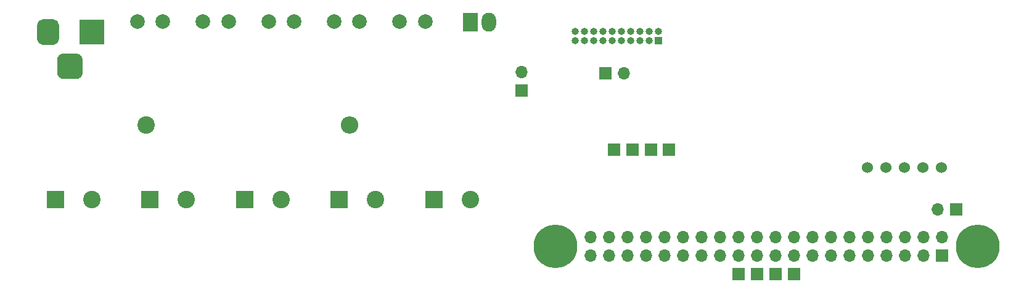
<source format=gbs>
G04 #@! TF.GenerationSoftware,KiCad,Pcbnew,(5.1.6-0-10_14)*
G04 #@! TF.CreationDate,2021-06-29T12:22:49+09:00*
G04 #@! TF.ProjectId,qPCR-root,71504352-2d72-46f6-9f74-2e6b69636164,rev?*
G04 #@! TF.SameCoordinates,Original*
G04 #@! TF.FileFunction,Soldermask,Bot*
G04 #@! TF.FilePolarity,Negative*
%FSLAX46Y46*%
G04 Gerber Fmt 4.6, Leading zero omitted, Abs format (unit mm)*
G04 Created by KiCad (PCBNEW (5.1.6-0-10_14)) date 2021-06-29 12:22:49*
%MOMM*%
%LPD*%
G01*
G04 APERTURE LIST*
%ADD10O,1.700000X1.700000*%
%ADD11R,1.700000X1.700000*%
%ADD12C,6.000000*%
%ADD13R,3.500000X3.500000*%
%ADD14O,2.400000X2.400000*%
%ADD15C,2.400000*%
%ADD16C,2.000000*%
%ADD17O,2.000000X2.600000*%
%ADD18R,2.000000X2.600000*%
%ADD19R,1.000000X1.000000*%
%ADD20O,1.000000X1.000000*%
%ADD21C,1.524000*%
%ADD22R,2.400000X2.400000*%
G04 APERTURE END LIST*
D10*
X179230000Y-77470000D03*
X181770000Y-80010000D03*
X166530000Y-80010000D03*
X166530000Y-77470000D03*
X181770000Y-77470000D03*
X179230000Y-80010000D03*
X184310000Y-77470000D03*
D11*
X184310000Y-80010000D03*
D10*
X156370000Y-80010000D03*
X156370000Y-77470000D03*
X171610000Y-80010000D03*
X171610000Y-77470000D03*
X151290000Y-80010000D03*
X151290000Y-77470000D03*
X169070000Y-80010000D03*
X169070000Y-77470000D03*
X174150000Y-80010000D03*
X174150000Y-77470000D03*
X161450000Y-80010000D03*
X161450000Y-77470000D03*
X138590000Y-80010000D03*
X138590000Y-77470000D03*
X143670000Y-80010000D03*
X143670000Y-77470000D03*
X141130000Y-80010000D03*
X141130000Y-77470000D03*
X163990000Y-80010000D03*
X163990000Y-77470000D03*
X146210000Y-80010000D03*
X146210000Y-77470000D03*
X176690000Y-80010000D03*
X176690000Y-77470000D03*
X148750000Y-80010000D03*
X148750000Y-77470000D03*
X158910000Y-80010000D03*
X158910000Y-77470000D03*
X153830000Y-80010000D03*
X153830000Y-77470000D03*
X136050000Y-80010000D03*
X136050000Y-77470000D03*
D12*
X189180000Y-78740000D03*
X131180000Y-78740000D03*
D13*
X67500000Y-49300000D03*
G36*
G01*
X60000000Y-50300000D02*
X60000000Y-48300000D01*
G75*
G02*
X60750000Y-47550000I750000J0D01*
G01*
X62250000Y-47550000D01*
G75*
G02*
X63000000Y-48300000I0J-750000D01*
G01*
X63000000Y-50300000D01*
G75*
G02*
X62250000Y-51050000I-750000J0D01*
G01*
X60750000Y-51050000D01*
G75*
G02*
X60000000Y-50300000I0J750000D01*
G01*
G37*
G36*
G01*
X62750000Y-54875000D02*
X62750000Y-53125000D01*
G75*
G02*
X63625000Y-52250000I875000J0D01*
G01*
X65375000Y-52250000D01*
G75*
G02*
X66250000Y-53125000I0J-875000D01*
G01*
X66250000Y-54875000D01*
G75*
G02*
X65375000Y-55750000I-875000J0D01*
G01*
X63625000Y-55750000D01*
G75*
G02*
X62750000Y-54875000I0J875000D01*
G01*
G37*
D10*
X126540000Y-54780000D03*
D11*
X126540000Y-57320000D03*
D14*
X102946200Y-62106200D03*
D15*
X75006200Y-62106200D03*
D16*
X113280000Y-47850000D03*
X109780000Y-47850000D03*
X82780000Y-47850000D03*
X86280000Y-47850000D03*
X95280000Y-47850000D03*
X91780000Y-47850000D03*
X100780000Y-47850000D03*
X104280000Y-47850000D03*
D10*
X183692800Y-73637800D03*
D11*
X186232800Y-73637800D03*
D17*
X122040000Y-47920000D03*
D18*
X119500000Y-47920000D03*
D10*
X140570000Y-54920000D03*
D11*
X138030000Y-54920000D03*
X163990000Y-82550000D03*
X161450000Y-82550000D03*
X158910000Y-82550000D03*
X156370000Y-82550000D03*
D16*
X77280000Y-47850000D03*
X73780000Y-47850000D03*
D11*
X146800000Y-65500000D03*
X144280000Y-65500000D03*
X141740000Y-65500000D03*
X139200000Y-65500000D03*
D19*
X145310000Y-50500000D03*
D20*
X145310000Y-49230000D03*
X144040000Y-50500000D03*
X144040000Y-49230000D03*
X142770000Y-50500000D03*
X142770000Y-49230000D03*
X141500000Y-50500000D03*
X141500000Y-49230000D03*
X140230000Y-50500000D03*
X140230000Y-49230000D03*
X138960000Y-50500000D03*
X138960000Y-49230000D03*
X137690000Y-50500000D03*
X137690000Y-49230000D03*
X136420000Y-50500000D03*
X136420000Y-49230000D03*
X135150000Y-50500000D03*
X135150000Y-49230000D03*
X133880000Y-50500000D03*
X133880000Y-49230000D03*
D21*
X174020000Y-67890000D03*
X176560000Y-67890000D03*
X179100000Y-67890000D03*
X181640000Y-67890000D03*
X184180000Y-67890000D03*
D15*
X67500000Y-72300000D03*
D22*
X62500000Y-72300000D03*
D15*
X80500000Y-72300000D03*
D22*
X75500000Y-72300000D03*
X88500000Y-72300000D03*
D15*
X93500000Y-72300000D03*
X106500000Y-72300000D03*
D22*
X101500000Y-72300000D03*
X114500000Y-72300000D03*
D15*
X119500000Y-72300000D03*
M02*

</source>
